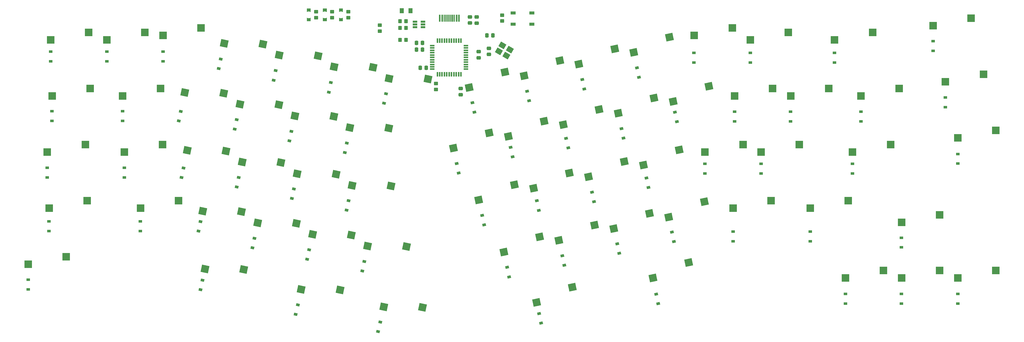
<source format=gbp>
%TF.GenerationSoftware,KiCad,Pcbnew,(5.99.0-11496-g396213fa30)*%
%TF.CreationDate,2021-07-23T07:47:41-04:00*%
%TF.ProjectId,arisutea-pcb,61726973-7574-4656-912d-7063622e6b69,0.4*%
%TF.SameCoordinates,Original*%
%TF.FileFunction,Paste,Bot*%
%TF.FilePolarity,Positive*%
%FSLAX46Y46*%
G04 Gerber Fmt 4.6, Leading zero omitted, Abs format (unit mm)*
G04 Created by KiCad (PCBNEW (5.99.0-11496-g396213fa30)) date 2021-07-23 07:47:41*
%MOMM*%
%LPD*%
G01*
G04 APERTURE LIST*
G04 Aperture macros list*
%AMRoundRect*
0 Rectangle with rounded corners*
0 $1 Rounding radius*
0 $2 $3 $4 $5 $6 $7 $8 $9 X,Y pos of 4 corners*
0 Add a 4 corners polygon primitive as box body*
4,1,4,$2,$3,$4,$5,$6,$7,$8,$9,$2,$3,0*
0 Add four circle primitives for the rounded corners*
1,1,$1+$1,$2,$3*
1,1,$1+$1,$4,$5*
1,1,$1+$1,$6,$7*
1,1,$1+$1,$8,$9*
0 Add four rect primitives between the rounded corners*
20,1,$1+$1,$2,$3,$4,$5,0*
20,1,$1+$1,$4,$5,$6,$7,0*
20,1,$1+$1,$6,$7,$8,$9,0*
20,1,$1+$1,$8,$9,$2,$3,0*%
%AMRotRect*
0 Rectangle, with rotation*
0 The origin of the aperture is its center*
0 $1 length*
0 $2 width*
0 $3 Rotation angle, in degrees counterclockwise*
0 Add horizontal line*
21,1,$1,$2,0,0,$3*%
G04 Aperture macros list end*
%ADD10C,0.000100*%
%ADD11C,0.010000*%
%ADD12R,2.550000X2.500000*%
%ADD13RotRect,2.550000X2.500000X348.000000*%
%ADD14RotRect,2.550000X2.500000X12.000000*%
%ADD15RoundRect,0.250000X-0.475000X0.337500X-0.475000X-0.337500X0.475000X-0.337500X0.475000X0.337500X0*%
%ADD16RoundRect,0.250000X-0.337500X-0.475000X0.337500X-0.475000X0.337500X0.475000X-0.337500X0.475000X0*%
%ADD17R,1.200000X0.900000*%
%ADD18RotRect,0.900000X1.200000X78.000000*%
%ADD19RotRect,0.900000X1.200000X102.000000*%
%ADD20RoundRect,0.250000X-0.350000X-0.450000X0.350000X-0.450000X0.350000X0.450000X-0.350000X0.450000X0*%
%ADD21RoundRect,0.250000X-0.450000X0.350000X-0.450000X-0.350000X0.450000X-0.350000X0.450000X0.350000X0*%
%ADD22R,1.560000X0.650000*%
%ADD23R,1.700000X1.000000*%
%ADD24RoundRect,0.250000X0.475000X-0.337500X0.475000X0.337500X-0.475000X0.337500X-0.475000X-0.337500X0*%
%ADD25RoundRect,0.250001X-0.462499X-0.624999X0.462499X-0.624999X0.462499X0.624999X-0.462499X0.624999X0*%
%ADD26RoundRect,0.250000X0.350000X0.450000X-0.350000X0.450000X-0.350000X-0.450000X0.350000X-0.450000X0*%
%ADD27RotRect,2.100000X1.800000X150.000000*%
%ADD28RoundRect,0.250000X0.337500X0.475000X-0.337500X0.475000X-0.337500X-0.475000X0.337500X-0.475000X0*%
%ADD29R,0.600000X2.450000*%
%ADD30R,0.300000X2.450000*%
%ADD31R,0.550000X1.500000*%
%ADD32R,1.500000X0.550000*%
G04 APERTURE END LIST*
D10*
X139234000Y-28761000D02*
X139309000Y-28711000D01*
D11*
X139309000Y-29786000D02*
X139309000Y-28711000D01*
X139309000Y-28711000D02*
X139271334Y-28733572D01*
X139271334Y-28733572D02*
X139232854Y-28754727D01*
X139232854Y-28754727D02*
X139193613Y-28774435D01*
X139193613Y-28774435D02*
X139153665Y-28792668D01*
X139153665Y-28792668D02*
X139113067Y-28809401D01*
X139113067Y-28809401D02*
X139071874Y-28824612D01*
X139071874Y-28824612D02*
X139030143Y-28838279D01*
X139030143Y-28838279D02*
X138987932Y-28850382D01*
X138987932Y-28850382D02*
X138945300Y-28860906D01*
X138945300Y-28860906D02*
X138902306Y-28869836D01*
X138902306Y-28869836D02*
X138859009Y-28877159D01*
X138859009Y-28877159D02*
X138815469Y-28882866D01*
X138815469Y-28882866D02*
X138771748Y-28886947D01*
X138771748Y-28886947D02*
X138727904Y-28889398D01*
X138727904Y-28889398D02*
X138684000Y-28890216D01*
X138684000Y-28890216D02*
X138640096Y-28889398D01*
X138640096Y-28889398D02*
X138596252Y-28886947D01*
X138596252Y-28886947D02*
X138552531Y-28882866D01*
X138552531Y-28882866D02*
X138508991Y-28877159D01*
X138508991Y-28877159D02*
X138465694Y-28869836D01*
X138465694Y-28869836D02*
X138422700Y-28860906D01*
X138422700Y-28860906D02*
X138380068Y-28850382D01*
X138380068Y-28850382D02*
X138337857Y-28838279D01*
X138337857Y-28838279D02*
X138296126Y-28824612D01*
X138296126Y-28824612D02*
X138254933Y-28809401D01*
X138254933Y-28809401D02*
X138214335Y-28792668D01*
X138214335Y-28792668D02*
X138174387Y-28774435D01*
X138174387Y-28774435D02*
X138135146Y-28754727D01*
X138135146Y-28754727D02*
X138096666Y-28733572D01*
X138096666Y-28733572D02*
X138059000Y-28711000D01*
X138059000Y-28711000D02*
X138059000Y-29786000D01*
X138059000Y-29786000D02*
X139309000Y-29786000D01*
X139309000Y-29786000D02*
X139309000Y-29786000D01*
G36*
X139309000Y-29786000D02*
G01*
X138059000Y-29786000D01*
X138059000Y-28711000D01*
X138096666Y-28733572D01*
X138135146Y-28754727D01*
X138174387Y-28774435D01*
X138214335Y-28792668D01*
X138254933Y-28809401D01*
X138296126Y-28824612D01*
X138337857Y-28838279D01*
X138380068Y-28850382D01*
X138422700Y-28860906D01*
X138465694Y-28869836D01*
X138508991Y-28877159D01*
X138552531Y-28882866D01*
X138596252Y-28886947D01*
X138640096Y-28889398D01*
X138684000Y-28890216D01*
X138727904Y-28889398D01*
X138771748Y-28886947D01*
X138815469Y-28882866D01*
X138859009Y-28877159D01*
X138902306Y-28869836D01*
X138945300Y-28860906D01*
X138987932Y-28850382D01*
X139030143Y-28838279D01*
X139071874Y-28824612D01*
X139113067Y-28809401D01*
X139153665Y-28792668D01*
X139193613Y-28774435D01*
X139232854Y-28754727D01*
X139271334Y-28733572D01*
X139309000Y-28711000D01*
X139309000Y-29786000D01*
G37*
X139309000Y-29786000D02*
X138059000Y-29786000D01*
X138059000Y-28711000D01*
X138096666Y-28733572D01*
X138135146Y-28754727D01*
X138174387Y-28774435D01*
X138214335Y-28792668D01*
X138254933Y-28809401D01*
X138296126Y-28824612D01*
X138337857Y-28838279D01*
X138380068Y-28850382D01*
X138422700Y-28860906D01*
X138465694Y-28869836D01*
X138508991Y-28877159D01*
X138552531Y-28882866D01*
X138596252Y-28886947D01*
X138640096Y-28889398D01*
X138684000Y-28890216D01*
X138727904Y-28889398D01*
X138771748Y-28886947D01*
X138815469Y-28882866D01*
X138859009Y-28877159D01*
X138902306Y-28869836D01*
X138945300Y-28860906D01*
X138987932Y-28850382D01*
X139030143Y-28838279D01*
X139071874Y-28824612D01*
X139113067Y-28809401D01*
X139153665Y-28792668D01*
X139193613Y-28774435D01*
X139232854Y-28754727D01*
X139271334Y-28733572D01*
X139309000Y-28711000D01*
X139309000Y-29786000D01*
X139309000Y-25586000D02*
X139309000Y-26661000D01*
X139309000Y-26661000D02*
X139271334Y-26638428D01*
X139271334Y-26638428D02*
X139232854Y-26617273D01*
X139232854Y-26617273D02*
X139193613Y-26597565D01*
X139193613Y-26597565D02*
X139153665Y-26579332D01*
X139153665Y-26579332D02*
X139113067Y-26562599D01*
X139113067Y-26562599D02*
X139071874Y-26547388D01*
X139071874Y-26547388D02*
X139030143Y-26533721D01*
X139030143Y-26533721D02*
X138987932Y-26521618D01*
X138987932Y-26521618D02*
X138945300Y-26511094D01*
X138945300Y-26511094D02*
X138902306Y-26502164D01*
X138902306Y-26502164D02*
X138859009Y-26494841D01*
X138859009Y-26494841D02*
X138815469Y-26489134D01*
X138815469Y-26489134D02*
X138771748Y-26485053D01*
X138771748Y-26485053D02*
X138727904Y-26482602D01*
X138727904Y-26482602D02*
X138684000Y-26481784D01*
X138684000Y-26481784D02*
X138640096Y-26482602D01*
X138640096Y-26482602D02*
X138596252Y-26485053D01*
X138596252Y-26485053D02*
X138552531Y-26489134D01*
X138552531Y-26489134D02*
X138508991Y-26494841D01*
X138508991Y-26494841D02*
X138465694Y-26502164D01*
X138465694Y-26502164D02*
X138422700Y-26511094D01*
X138422700Y-26511094D02*
X138380068Y-26521618D01*
X138380068Y-26521618D02*
X138337857Y-26533721D01*
X138337857Y-26533721D02*
X138296126Y-26547388D01*
X138296126Y-26547388D02*
X138254933Y-26562599D01*
X138254933Y-26562599D02*
X138214335Y-26579332D01*
X138214335Y-26579332D02*
X138174387Y-26597565D01*
X138174387Y-26597565D02*
X138135146Y-26617273D01*
X138135146Y-26617273D02*
X138096666Y-26638428D01*
X138096666Y-26638428D02*
X138059000Y-26661000D01*
X138059000Y-26661000D02*
X138059000Y-25586000D01*
X138059000Y-25586000D02*
X139309000Y-25586000D01*
X139309000Y-25586000D02*
X139309000Y-25586000D01*
G36*
X139309000Y-26661000D02*
G01*
X139271334Y-26638428D01*
X139232854Y-26617273D01*
X139193613Y-26597565D01*
X139153665Y-26579332D01*
X139113067Y-26562599D01*
X139071874Y-26547388D01*
X139030143Y-26533721D01*
X138987932Y-26521618D01*
X138945300Y-26511094D01*
X138902306Y-26502164D01*
X138859009Y-26494841D01*
X138815469Y-26489134D01*
X138771748Y-26485053D01*
X138727904Y-26482602D01*
X138684000Y-26481784D01*
X138640096Y-26482602D01*
X138596252Y-26485053D01*
X138552531Y-26489134D01*
X138508991Y-26494841D01*
X138465694Y-26502164D01*
X138422700Y-26511094D01*
X138380068Y-26521618D01*
X138337857Y-26533721D01*
X138296126Y-26547388D01*
X138254933Y-26562599D01*
X138214335Y-26579332D01*
X138174387Y-26597565D01*
X138135146Y-26617273D01*
X138096666Y-26638428D01*
X138059000Y-26661000D01*
X138059000Y-25586000D01*
X139309000Y-25586000D01*
X139309000Y-26661000D01*
G37*
X139309000Y-26661000D02*
X139271334Y-26638428D01*
X139232854Y-26617273D01*
X139193613Y-26597565D01*
X139153665Y-26579332D01*
X139113067Y-26562599D01*
X139071874Y-26547388D01*
X139030143Y-26533721D01*
X138987932Y-26521618D01*
X138945300Y-26511094D01*
X138902306Y-26502164D01*
X138859009Y-26494841D01*
X138815469Y-26489134D01*
X138771748Y-26485053D01*
X138727904Y-26482602D01*
X138684000Y-26481784D01*
X138640096Y-26482602D01*
X138596252Y-26485053D01*
X138552531Y-26489134D01*
X138508991Y-26494841D01*
X138465694Y-26502164D01*
X138422700Y-26511094D01*
X138380068Y-26521618D01*
X138337857Y-26533721D01*
X138296126Y-26547388D01*
X138254933Y-26562599D01*
X138214335Y-26579332D01*
X138174387Y-26597565D01*
X138135146Y-26617273D01*
X138096666Y-26638428D01*
X138059000Y-26661000D01*
X138059000Y-25586000D01*
X139309000Y-25586000D01*
X139309000Y-26661000D01*
D10*
X133773000Y-28761000D02*
X133848000Y-28711000D01*
D11*
X133848000Y-29786000D02*
X133848000Y-28711000D01*
X133848000Y-28711000D02*
X133810334Y-28733572D01*
X133810334Y-28733572D02*
X133771854Y-28754727D01*
X133771854Y-28754727D02*
X133732613Y-28774435D01*
X133732613Y-28774435D02*
X133692665Y-28792668D01*
X133692665Y-28792668D02*
X133652067Y-28809401D01*
X133652067Y-28809401D02*
X133610874Y-28824612D01*
X133610874Y-28824612D02*
X133569143Y-28838279D01*
X133569143Y-28838279D02*
X133526932Y-28850382D01*
X133526932Y-28850382D02*
X133484300Y-28860906D01*
X133484300Y-28860906D02*
X133441306Y-28869836D01*
X133441306Y-28869836D02*
X133398009Y-28877159D01*
X133398009Y-28877159D02*
X133354469Y-28882866D01*
X133354469Y-28882866D02*
X133310748Y-28886947D01*
X133310748Y-28886947D02*
X133266904Y-28889398D01*
X133266904Y-28889398D02*
X133223000Y-28890216D01*
X133223000Y-28890216D02*
X133179096Y-28889398D01*
X133179096Y-28889398D02*
X133135252Y-28886947D01*
X133135252Y-28886947D02*
X133091531Y-28882866D01*
X133091531Y-28882866D02*
X133047991Y-28877159D01*
X133047991Y-28877159D02*
X133004694Y-28869836D01*
X133004694Y-28869836D02*
X132961700Y-28860906D01*
X132961700Y-28860906D02*
X132919068Y-28850382D01*
X132919068Y-28850382D02*
X132876857Y-28838279D01*
X132876857Y-28838279D02*
X132835126Y-28824612D01*
X132835126Y-28824612D02*
X132793933Y-28809401D01*
X132793933Y-28809401D02*
X132753335Y-28792668D01*
X132753335Y-28792668D02*
X132713387Y-28774435D01*
X132713387Y-28774435D02*
X132674146Y-28754727D01*
X132674146Y-28754727D02*
X132635666Y-28733572D01*
X132635666Y-28733572D02*
X132598000Y-28711000D01*
X132598000Y-28711000D02*
X132598000Y-29786000D01*
X132598000Y-29786000D02*
X133848000Y-29786000D01*
X133848000Y-29786000D02*
X133848000Y-29786000D01*
G36*
X133848000Y-29786000D02*
G01*
X132598000Y-29786000D01*
X132598000Y-28711000D01*
X132635666Y-28733572D01*
X132674146Y-28754727D01*
X132713387Y-28774435D01*
X132753335Y-28792668D01*
X132793933Y-28809401D01*
X132835126Y-28824612D01*
X132876857Y-28838279D01*
X132919068Y-28850382D01*
X132961700Y-28860906D01*
X133004694Y-28869836D01*
X133047991Y-28877159D01*
X133091531Y-28882866D01*
X133135252Y-28886947D01*
X133179096Y-28889398D01*
X133223000Y-28890216D01*
X133266904Y-28889398D01*
X133310748Y-28886947D01*
X133354469Y-28882866D01*
X133398009Y-28877159D01*
X133441306Y-28869836D01*
X133484300Y-28860906D01*
X133526932Y-28850382D01*
X133569143Y-28838279D01*
X133610874Y-28824612D01*
X133652067Y-28809401D01*
X133692665Y-28792668D01*
X133732613Y-28774435D01*
X133771854Y-28754727D01*
X133810334Y-28733572D01*
X133848000Y-28711000D01*
X133848000Y-29786000D01*
G37*
X133848000Y-29786000D02*
X132598000Y-29786000D01*
X132598000Y-28711000D01*
X132635666Y-28733572D01*
X132674146Y-28754727D01*
X132713387Y-28774435D01*
X132753335Y-28792668D01*
X132793933Y-28809401D01*
X132835126Y-28824612D01*
X132876857Y-28838279D01*
X132919068Y-28850382D01*
X132961700Y-28860906D01*
X133004694Y-28869836D01*
X133047991Y-28877159D01*
X133091531Y-28882866D01*
X133135252Y-28886947D01*
X133179096Y-28889398D01*
X133223000Y-28890216D01*
X133266904Y-28889398D01*
X133310748Y-28886947D01*
X133354469Y-28882866D01*
X133398009Y-28877159D01*
X133441306Y-28869836D01*
X133484300Y-28860906D01*
X133526932Y-28850382D01*
X133569143Y-28838279D01*
X133610874Y-28824612D01*
X133652067Y-28809401D01*
X133692665Y-28792668D01*
X133732613Y-28774435D01*
X133771854Y-28754727D01*
X133810334Y-28733572D01*
X133848000Y-28711000D01*
X133848000Y-29786000D01*
X133848000Y-25586000D02*
X133848000Y-26661000D01*
X133848000Y-26661000D02*
X133810334Y-26638428D01*
X133810334Y-26638428D02*
X133771854Y-26617273D01*
X133771854Y-26617273D02*
X133732613Y-26597565D01*
X133732613Y-26597565D02*
X133692665Y-26579332D01*
X133692665Y-26579332D02*
X133652067Y-26562599D01*
X133652067Y-26562599D02*
X133610874Y-26547388D01*
X133610874Y-26547388D02*
X133569143Y-26533721D01*
X133569143Y-26533721D02*
X133526932Y-26521618D01*
X133526932Y-26521618D02*
X133484300Y-26511094D01*
X133484300Y-26511094D02*
X133441306Y-26502164D01*
X133441306Y-26502164D02*
X133398009Y-26494841D01*
X133398009Y-26494841D02*
X133354469Y-26489134D01*
X133354469Y-26489134D02*
X133310748Y-26485053D01*
X133310748Y-26485053D02*
X133266904Y-26482602D01*
X133266904Y-26482602D02*
X133223000Y-26481784D01*
X133223000Y-26481784D02*
X133179096Y-26482602D01*
X133179096Y-26482602D02*
X133135252Y-26485053D01*
X133135252Y-26485053D02*
X133091531Y-26489134D01*
X133091531Y-26489134D02*
X133047991Y-26494841D01*
X133047991Y-26494841D02*
X133004694Y-26502164D01*
X133004694Y-26502164D02*
X132961700Y-26511094D01*
X132961700Y-26511094D02*
X132919068Y-26521618D01*
X132919068Y-26521618D02*
X132876857Y-26533721D01*
X132876857Y-26533721D02*
X132835126Y-26547388D01*
X132835126Y-26547388D02*
X132793933Y-26562599D01*
X132793933Y-26562599D02*
X132753335Y-26579332D01*
X132753335Y-26579332D02*
X132713387Y-26597565D01*
X132713387Y-26597565D02*
X132674146Y-26617273D01*
X132674146Y-26617273D02*
X132635666Y-26638428D01*
X132635666Y-26638428D02*
X132598000Y-26661000D01*
X132598000Y-26661000D02*
X132598000Y-25586000D01*
X132598000Y-25586000D02*
X133848000Y-25586000D01*
X133848000Y-25586000D02*
X133848000Y-25586000D01*
G36*
X133848000Y-26661000D02*
G01*
X133810334Y-26638428D01*
X133771854Y-26617273D01*
X133732613Y-26597565D01*
X133692665Y-26579332D01*
X133652067Y-26562599D01*
X133610874Y-26547388D01*
X133569143Y-26533721D01*
X133526932Y-26521618D01*
X133484300Y-26511094D01*
X133441306Y-26502164D01*
X133398009Y-26494841D01*
X133354469Y-26489134D01*
X133310748Y-26485053D01*
X133266904Y-26482602D01*
X133223000Y-26481784D01*
X133179096Y-26482602D01*
X133135252Y-26485053D01*
X133091531Y-26489134D01*
X133047991Y-26494841D01*
X133004694Y-26502164D01*
X132961700Y-26511094D01*
X132919068Y-26521618D01*
X132876857Y-26533721D01*
X132835126Y-26547388D01*
X132793933Y-26562599D01*
X132753335Y-26579332D01*
X132713387Y-26597565D01*
X132674146Y-26617273D01*
X132635666Y-26638428D01*
X132598000Y-26661000D01*
X132598000Y-25586000D01*
X133848000Y-25586000D01*
X133848000Y-26661000D01*
G37*
X133848000Y-26661000D02*
X133810334Y-26638428D01*
X133771854Y-26617273D01*
X133732613Y-26597565D01*
X133692665Y-26579332D01*
X133652067Y-26562599D01*
X133610874Y-26547388D01*
X133569143Y-26533721D01*
X133526932Y-26521618D01*
X133484300Y-26511094D01*
X133441306Y-26502164D01*
X133398009Y-26494841D01*
X133354469Y-26489134D01*
X133310748Y-26485053D01*
X133266904Y-26482602D01*
X133223000Y-26481784D01*
X133179096Y-26482602D01*
X133135252Y-26485053D01*
X133091531Y-26489134D01*
X133047991Y-26494841D01*
X133004694Y-26502164D01*
X132961700Y-26511094D01*
X132919068Y-26521618D01*
X132876857Y-26533721D01*
X132835126Y-26547388D01*
X132793933Y-26562599D01*
X132753335Y-26579332D01*
X132713387Y-26597565D01*
X132674146Y-26617273D01*
X132635666Y-26638428D01*
X132598000Y-26661000D01*
X132598000Y-25586000D01*
X133848000Y-25586000D01*
X133848000Y-26661000D01*
D10*
X128312000Y-28761000D02*
X128387000Y-28711000D01*
D11*
X128387000Y-25586000D02*
X128387000Y-26661000D01*
X128387000Y-26661000D02*
X128349334Y-26638428D01*
X128349334Y-26638428D02*
X128310854Y-26617273D01*
X128310854Y-26617273D02*
X128271613Y-26597565D01*
X128271613Y-26597565D02*
X128231665Y-26579332D01*
X128231665Y-26579332D02*
X128191067Y-26562599D01*
X128191067Y-26562599D02*
X128149874Y-26547388D01*
X128149874Y-26547388D02*
X128108143Y-26533721D01*
X128108143Y-26533721D02*
X128065932Y-26521618D01*
X128065932Y-26521618D02*
X128023300Y-26511094D01*
X128023300Y-26511094D02*
X127980306Y-26502164D01*
X127980306Y-26502164D02*
X127937009Y-26494841D01*
X127937009Y-26494841D02*
X127893469Y-26489134D01*
X127893469Y-26489134D02*
X127849748Y-26485053D01*
X127849748Y-26485053D02*
X127805904Y-26482602D01*
X127805904Y-26482602D02*
X127762000Y-26481784D01*
X127762000Y-26481784D02*
X127718096Y-26482602D01*
X127718096Y-26482602D02*
X127674252Y-26485053D01*
X127674252Y-26485053D02*
X127630531Y-26489134D01*
X127630531Y-26489134D02*
X127586991Y-26494841D01*
X127586991Y-26494841D02*
X127543694Y-26502164D01*
X127543694Y-26502164D02*
X127500700Y-26511094D01*
X127500700Y-26511094D02*
X127458068Y-26521618D01*
X127458068Y-26521618D02*
X127415857Y-26533721D01*
X127415857Y-26533721D02*
X127374126Y-26547388D01*
X127374126Y-26547388D02*
X127332933Y-26562599D01*
X127332933Y-26562599D02*
X127292335Y-26579332D01*
X127292335Y-26579332D02*
X127252387Y-26597565D01*
X127252387Y-26597565D02*
X127213146Y-26617273D01*
X127213146Y-26617273D02*
X127174666Y-26638428D01*
X127174666Y-26638428D02*
X127137000Y-26661000D01*
X127137000Y-26661000D02*
X127137000Y-25586000D01*
X127137000Y-25586000D02*
X128387000Y-25586000D01*
X128387000Y-25586000D02*
X128387000Y-25586000D01*
G36*
X128387000Y-26661000D02*
G01*
X128349334Y-26638428D01*
X128310854Y-26617273D01*
X128271613Y-26597565D01*
X128231665Y-26579332D01*
X128191067Y-26562599D01*
X128149874Y-26547388D01*
X128108143Y-26533721D01*
X128065932Y-26521618D01*
X128023300Y-26511094D01*
X127980306Y-26502164D01*
X127937009Y-26494841D01*
X127893469Y-26489134D01*
X127849748Y-26485053D01*
X127805904Y-26482602D01*
X127762000Y-26481784D01*
X127718096Y-26482602D01*
X127674252Y-26485053D01*
X127630531Y-26489134D01*
X127586991Y-26494841D01*
X127543694Y-26502164D01*
X127500700Y-26511094D01*
X127458068Y-26521618D01*
X127415857Y-26533721D01*
X127374126Y-26547388D01*
X127332933Y-26562599D01*
X127292335Y-26579332D01*
X127252387Y-26597565D01*
X127213146Y-26617273D01*
X127174666Y-26638428D01*
X127137000Y-26661000D01*
X127137000Y-25586000D01*
X128387000Y-25586000D01*
X128387000Y-26661000D01*
G37*
X128387000Y-26661000D02*
X128349334Y-26638428D01*
X128310854Y-26617273D01*
X128271613Y-26597565D01*
X128231665Y-26579332D01*
X128191067Y-26562599D01*
X128149874Y-26547388D01*
X128108143Y-26533721D01*
X128065932Y-26521618D01*
X128023300Y-26511094D01*
X127980306Y-26502164D01*
X127937009Y-26494841D01*
X127893469Y-26489134D01*
X127849748Y-26485053D01*
X127805904Y-26482602D01*
X127762000Y-26481784D01*
X127718096Y-26482602D01*
X127674252Y-26485053D01*
X127630531Y-26489134D01*
X127586991Y-26494841D01*
X127543694Y-26502164D01*
X127500700Y-26511094D01*
X127458068Y-26521618D01*
X127415857Y-26533721D01*
X127374126Y-26547388D01*
X127332933Y-26562599D01*
X127292335Y-26579332D01*
X127252387Y-26597565D01*
X127213146Y-26617273D01*
X127174666Y-26638428D01*
X127137000Y-26661000D01*
X127137000Y-25586000D01*
X128387000Y-25586000D01*
X128387000Y-26661000D01*
X128387000Y-29786000D02*
X128387000Y-28711000D01*
X128387000Y-28711000D02*
X128349334Y-28733572D01*
X128349334Y-28733572D02*
X128310854Y-28754727D01*
X128310854Y-28754727D02*
X128271613Y-28774435D01*
X128271613Y-28774435D02*
X128231665Y-28792668D01*
X128231665Y-28792668D02*
X128191067Y-28809401D01*
X128191067Y-28809401D02*
X128149874Y-28824612D01*
X128149874Y-28824612D02*
X128108143Y-28838279D01*
X128108143Y-28838279D02*
X128065932Y-28850382D01*
X128065932Y-28850382D02*
X128023300Y-28860906D01*
X128023300Y-28860906D02*
X127980306Y-28869836D01*
X127980306Y-28869836D02*
X127937009Y-28877159D01*
X127937009Y-28877159D02*
X127893469Y-28882866D01*
X127893469Y-28882866D02*
X127849748Y-28886947D01*
X127849748Y-28886947D02*
X127805904Y-28889398D01*
X127805904Y-28889398D02*
X127762000Y-28890216D01*
X127762000Y-28890216D02*
X127718096Y-28889398D01*
X127718096Y-28889398D02*
X127674252Y-28886947D01*
X127674252Y-28886947D02*
X127630531Y-28882866D01*
X127630531Y-28882866D02*
X127586991Y-28877159D01*
X127586991Y-28877159D02*
X127543694Y-28869836D01*
X127543694Y-28869836D02*
X127500700Y-28860906D01*
X127500700Y-28860906D02*
X127458068Y-28850382D01*
X127458068Y-28850382D02*
X127415857Y-28838279D01*
X127415857Y-28838279D02*
X127374126Y-28824612D01*
X127374126Y-28824612D02*
X127332933Y-28809401D01*
X127332933Y-28809401D02*
X127292335Y-28792668D01*
X127292335Y-28792668D02*
X127252387Y-28774435D01*
X127252387Y-28774435D02*
X127213146Y-28754727D01*
X127213146Y-28754727D02*
X127174666Y-28733572D01*
X127174666Y-28733572D02*
X127137000Y-28711000D01*
X127137000Y-28711000D02*
X127137000Y-29786000D01*
X127137000Y-29786000D02*
X128387000Y-29786000D01*
X128387000Y-29786000D02*
X128387000Y-29786000D01*
G36*
X128387000Y-29786000D02*
G01*
X127137000Y-29786000D01*
X127137000Y-28711000D01*
X127174666Y-28733572D01*
X127213146Y-28754727D01*
X127252387Y-28774435D01*
X127292335Y-28792668D01*
X127332933Y-28809401D01*
X127374126Y-28824612D01*
X127415857Y-28838279D01*
X127458068Y-28850382D01*
X127500700Y-28860906D01*
X127543694Y-28869836D01*
X127586991Y-28877159D01*
X127630531Y-28882866D01*
X127674252Y-28886947D01*
X127718096Y-28889398D01*
X127762000Y-28890216D01*
X127805904Y-28889398D01*
X127849748Y-28886947D01*
X127893469Y-28882866D01*
X127937009Y-28877159D01*
X127980306Y-28869836D01*
X128023300Y-28860906D01*
X128065932Y-28850382D01*
X128108143Y-28838279D01*
X128149874Y-28824612D01*
X128191067Y-28809401D01*
X128231665Y-28792668D01*
X128271613Y-28774435D01*
X128310854Y-28754727D01*
X128349334Y-28733572D01*
X128387000Y-28711000D01*
X128387000Y-29786000D01*
G37*
X128387000Y-29786000D02*
X127137000Y-29786000D01*
X127137000Y-28711000D01*
X127174666Y-28733572D01*
X127213146Y-28754727D01*
X127252387Y-28774435D01*
X127292335Y-28792668D01*
X127332933Y-28809401D01*
X127374126Y-28824612D01*
X127415857Y-28838279D01*
X127458068Y-28850382D01*
X127500700Y-28860906D01*
X127543694Y-28869836D01*
X127586991Y-28877159D01*
X127630531Y-28882866D01*
X127674252Y-28886947D01*
X127718096Y-28889398D01*
X127762000Y-28890216D01*
X127805904Y-28889398D01*
X127849748Y-28886947D01*
X127893469Y-28882866D01*
X127937009Y-28877159D01*
X127980306Y-28869836D01*
X128023300Y-28860906D01*
X128065932Y-28850382D01*
X128108143Y-28838279D01*
X128149874Y-28824612D01*
X128191067Y-28809401D01*
X128231665Y-28792668D01*
X128271613Y-28774435D01*
X128310854Y-28754727D01*
X128349334Y-28733572D01*
X128387000Y-28711000D01*
X128387000Y-29786000D01*
D12*
X53213000Y-33655000D03*
X40286000Y-36195000D03*
X53721000Y-52705000D03*
X40794000Y-55245000D03*
X52070000Y-71755000D03*
X39143000Y-74295000D03*
X45593000Y-109855000D03*
X32666000Y-112395000D03*
X72263000Y-33655000D03*
X59336000Y-36195000D03*
X77597000Y-52705000D03*
X64670000Y-55245000D03*
X78232000Y-71755000D03*
X65305000Y-74295000D03*
X83693000Y-90805000D03*
X70766000Y-93345000D03*
X91313000Y-32131000D03*
X78386000Y-34671000D03*
D13*
X98962249Y-54309479D03*
X85789639Y-54106300D03*
X105033007Y-94569252D03*
X91860397Y-94366073D03*
X105784015Y-114229586D03*
X92611405Y-114026407D03*
X112307530Y-37647630D03*
X99134920Y-37444451D03*
X117660308Y-58260800D03*
X104487698Y-58057621D03*
X123647293Y-98538869D03*
X110474683Y-98335690D03*
X136306309Y-62233134D03*
X123133699Y-62029955D03*
X137051357Y-81883783D03*
X123878747Y-81680604D03*
X142288401Y-102481665D03*
X129115791Y-102278486D03*
X138426071Y-121149594D03*
X125253461Y-120946415D03*
X154951142Y-66200516D03*
X141778532Y-65997337D03*
X155696190Y-85869791D03*
X142523580Y-85666612D03*
X160956331Y-106424460D03*
X147783721Y-106221281D03*
X166401144Y-127077199D03*
X153228534Y-126874020D03*
D14*
X188967009Y-67797460D03*
X176850591Y-72969629D03*
X197534164Y-85435027D03*
X185417746Y-90607196D03*
X206099359Y-103072173D03*
X193982941Y-108244342D03*
X194303698Y-47183368D03*
X182187280Y-52355537D03*
X207621605Y-63829667D03*
X195505187Y-69001836D03*
X216179025Y-81463413D03*
X204062607Y-86635582D03*
X224721682Y-99121391D03*
X212605264Y-104293560D03*
X217203817Y-120221861D03*
X205087399Y-125394030D03*
X212931522Y-43227994D03*
X200815104Y-48400163D03*
X226245180Y-59846049D03*
X214128762Y-65018218D03*
X234793591Y-77517762D03*
X222677173Y-82689931D03*
X243376932Y-95181456D03*
X231260514Y-100353625D03*
X231537249Y-39272619D03*
X219420831Y-44444788D03*
X244871083Y-55909155D03*
X232754665Y-61081324D03*
X253451147Y-73572390D03*
X241334729Y-78744559D03*
X261999010Y-91210133D03*
X249882592Y-96382302D03*
X256633816Y-111869171D03*
X244517398Y-117041340D03*
X263498907Y-51931683D03*
X251382489Y-57103852D03*
D12*
X275082000Y-71755000D03*
X262155000Y-74295000D03*
X284607000Y-90805000D03*
X271680000Y-93345000D03*
X271425272Y-32128803D03*
X258498272Y-34668803D03*
X285115000Y-52705000D03*
X272188000Y-55245000D03*
X294132000Y-71755000D03*
X281205000Y-74295000D03*
X310769000Y-90805000D03*
X297842000Y-93345000D03*
X290449000Y-33655000D03*
X277522000Y-36195000D03*
X304165000Y-52705000D03*
X291238000Y-55245000D03*
X322707000Y-114554000D03*
X309780000Y-117094000D03*
X319024000Y-33655000D03*
X306097000Y-36195000D03*
X327978878Y-52696625D03*
X315051878Y-55236625D03*
X341757000Y-95631000D03*
X328830000Y-98171000D03*
X341757000Y-114554000D03*
X328830000Y-117094000D03*
X352425000Y-28829000D03*
X339498000Y-31369000D03*
X356616000Y-47879000D03*
X343689000Y-50419000D03*
X360807000Y-114554000D03*
X347880000Y-117094000D03*
X360807000Y-66929000D03*
X347880000Y-69469000D03*
X52705000Y-90805000D03*
X39778000Y-93345000D03*
X325120000Y-71755000D03*
X312193000Y-74295000D03*
D14*
X250136703Y-35301428D03*
X238020285Y-40473597D03*
D13*
X99762136Y-73942546D03*
X86589526Y-73739367D03*
X130961874Y-41605564D03*
X117789264Y-41402385D03*
X149583535Y-45554888D03*
X136410925Y-45351709D03*
X118406524Y-77916401D03*
X105233914Y-77713222D03*
X168233456Y-49510262D03*
X155060846Y-49307083D03*
D15*
X182499000Y-28426500D03*
X182499000Y-30501500D03*
D16*
X165586500Y-45720000D03*
X167661500Y-45720000D03*
D17*
X40316305Y-43511003D03*
X40316305Y-40211003D03*
X40767000Y-63727600D03*
X40767000Y-60427600D03*
X39141400Y-82955400D03*
X39141400Y-79655400D03*
X39751000Y-101155500D03*
X39751000Y-97855500D03*
X32664400Y-121005600D03*
X32664400Y-117705600D03*
X59359800Y-43534600D03*
X59359800Y-40234600D03*
X64668400Y-63727600D03*
X64668400Y-60427600D03*
X70739000Y-101154500D03*
X70739000Y-97854500D03*
X78409800Y-43534600D03*
X78409800Y-40234600D03*
D18*
X83703393Y-63745259D03*
X84389501Y-60517371D03*
X84645346Y-82944744D03*
X85331454Y-79716856D03*
X90398446Y-101181944D03*
X91084554Y-97954056D03*
X91096946Y-121057444D03*
X91783054Y-117829556D03*
X97319946Y-45962344D03*
X98006054Y-42734456D03*
X102730146Y-66536344D03*
X103416254Y-63308456D03*
X103390546Y-86195944D03*
X104076654Y-82968056D03*
X108724546Y-106871544D03*
X109410654Y-103643656D03*
X121221346Y-70549544D03*
X121907454Y-67321656D03*
X122084946Y-90107544D03*
X122771054Y-86879656D03*
X127291946Y-110732344D03*
X127978054Y-107504456D03*
X123405746Y-129477544D03*
X124091854Y-126249656D03*
X134607146Y-53963344D03*
X135293254Y-50735456D03*
X140029892Y-74511944D03*
X140716000Y-71284056D03*
X140626946Y-94069944D03*
X141313054Y-90842056D03*
X145935546Y-114745544D03*
X146621654Y-111517656D03*
X151345746Y-135319544D03*
X152031854Y-132091656D03*
X153310291Y-57747944D03*
X153996399Y-54520056D03*
D19*
X178651054Y-81446144D03*
X177964946Y-78218256D03*
X187287054Y-99048344D03*
X186600946Y-95820456D03*
X195758108Y-116701344D03*
X195072000Y-113473456D03*
X183985054Y-60795944D03*
X183298946Y-57568056D03*
X196913654Y-75908944D03*
X196227546Y-72681056D03*
X205803654Y-94095344D03*
X205117546Y-90867456D03*
X214465054Y-112738944D03*
X213778946Y-109511056D03*
X206591054Y-132423944D03*
X205904946Y-129196056D03*
X202527054Y-56909744D03*
X201840946Y-53681856D03*
X215785854Y-72886344D03*
X215099746Y-69658456D03*
X224574254Y-91148944D03*
X223888146Y-87921056D03*
X233134054Y-108700344D03*
X232447946Y-105472456D03*
X221272254Y-52871144D03*
X220586146Y-49643256D03*
X234505654Y-69558944D03*
X233819546Y-66331056D03*
X242989254Y-86322944D03*
X242303146Y-83095056D03*
X251650654Y-104687144D03*
X250964546Y-101459256D03*
X246342054Y-125819944D03*
X245655946Y-122592056D03*
X239788577Y-48900351D03*
X239102469Y-45672463D03*
X252692054Y-63970944D03*
X252005946Y-60743056D03*
D17*
X262128000Y-81621900D03*
X262128000Y-78321900D03*
X271673608Y-104648604D03*
X271673608Y-101348604D03*
X258445000Y-43941000D03*
X258445000Y-40641000D03*
X272186400Y-63930800D03*
X272186400Y-60630800D03*
X281178000Y-81621900D03*
X281178000Y-78321900D03*
X297886408Y-104648604D03*
X297886408Y-101348604D03*
X277520400Y-43941000D03*
X277520400Y-40641000D03*
X291211000Y-63930800D03*
X291211000Y-60630800D03*
X312166000Y-81621900D03*
X312166000Y-78321900D03*
X309784291Y-125795643D03*
X309784291Y-122495643D03*
X306120800Y-43941000D03*
X306120800Y-40641000D03*
X315087000Y-63930800D03*
X315087000Y-60630800D03*
X328803000Y-106704400D03*
X328803000Y-103404400D03*
X328808891Y-125795643D03*
X328808891Y-122495643D03*
X339547200Y-39927800D03*
X339547200Y-36627800D03*
X343712800Y-59104800D03*
X343712800Y-55804800D03*
X347878400Y-78256400D03*
X347878400Y-74956400D03*
X347909691Y-125795643D03*
X347909691Y-122495643D03*
D20*
X158757000Y-32131000D03*
X160757000Y-32131000D03*
X158757000Y-29845000D03*
X160757000Y-29845000D03*
D21*
X193421000Y-27820000D03*
X193421000Y-29820000D03*
D22*
X166577000Y-30038000D03*
X166577000Y-30988000D03*
X166577000Y-31938000D03*
X163877000Y-31938000D03*
X163877000Y-30988000D03*
X163877000Y-30038000D03*
D15*
X184785000Y-28435500D03*
X184785000Y-30510500D03*
D23*
X203429000Y-27056000D03*
X197129000Y-27056000D03*
X197129000Y-30856000D03*
X203429000Y-30856000D03*
D21*
X170942000Y-51070000D03*
X170942000Y-53070000D03*
D15*
X179324000Y-52747000D03*
X179324000Y-54822000D03*
D24*
X188874400Y-41169500D03*
X188874400Y-39094500D03*
D16*
X164325500Y-37211000D03*
X166400500Y-37211000D03*
D15*
X185420000Y-40237500D03*
X185420000Y-42312500D03*
D25*
X159319900Y-26289000D03*
X162294900Y-26289000D03*
D26*
X160766000Y-36195000D03*
X158766000Y-36195000D03*
D17*
X65318527Y-82947174D03*
X65318527Y-79647174D03*
D18*
X115938146Y-49899344D03*
X116624254Y-46671456D03*
D27*
X194838337Y-41548129D03*
X192326863Y-40098129D03*
X193476863Y-38106271D03*
X195988337Y-39556271D03*
D28*
X166391500Y-39497000D03*
X164316500Y-39497000D03*
D16*
X188192500Y-34671000D03*
X190267500Y-34671000D03*
D29*
X172250000Y-28885000D03*
X173050000Y-28885000D03*
D30*
X174250000Y-28885000D03*
X175250000Y-28885000D03*
X175750000Y-28885000D03*
X176750000Y-28885000D03*
D29*
X177950000Y-28885000D03*
X178750000Y-28885000D03*
D30*
X177250000Y-28885000D03*
X176250000Y-28885000D03*
X174750000Y-28885000D03*
X173750000Y-28885000D03*
D21*
X151892000Y-31258000D03*
X151892000Y-33258000D03*
D31*
X171418750Y-36464000D03*
X172218750Y-36464000D03*
X173018750Y-36464000D03*
X173818750Y-36464000D03*
X174618750Y-36464000D03*
X175418750Y-36464000D03*
X176218750Y-36464000D03*
X177018750Y-36464000D03*
X177818750Y-36464000D03*
X178618750Y-36464000D03*
X179418750Y-36464000D03*
D32*
X181118750Y-38164000D03*
X181118750Y-38964000D03*
X181118750Y-39764000D03*
X181118750Y-40564000D03*
X181118750Y-41364000D03*
X181118750Y-42164000D03*
X181118750Y-42964000D03*
X181118750Y-43764000D03*
X181118750Y-44564000D03*
X181118750Y-45364000D03*
X181118750Y-46164000D03*
D31*
X179418750Y-47864000D03*
X178618750Y-47864000D03*
X177818750Y-47864000D03*
X177018750Y-47864000D03*
X176218750Y-47864000D03*
X175418750Y-47864000D03*
X174618750Y-47864000D03*
X173818750Y-47864000D03*
X173018750Y-47864000D03*
X172218750Y-47864000D03*
X171418750Y-47864000D03*
D32*
X169718750Y-46164000D03*
X169718750Y-45364000D03*
X169718750Y-44564000D03*
X169718750Y-43764000D03*
X169718750Y-42964000D03*
X169718750Y-42164000D03*
X169718750Y-41364000D03*
X169718750Y-40564000D03*
X169718750Y-39764000D03*
X169718750Y-38964000D03*
X169718750Y-38164000D03*
D21*
X135763000Y-26686000D03*
X135763000Y-28686000D03*
X130302000Y-26686000D03*
X130302000Y-28686000D03*
X141224000Y-26686000D03*
X141224000Y-28686000D03*
M02*

</source>
